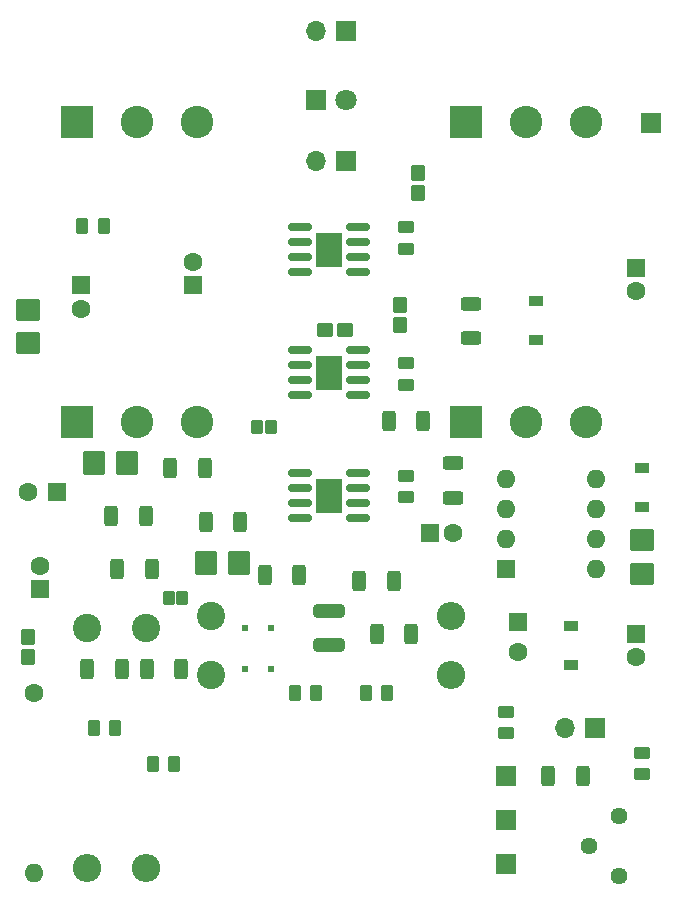
<source format=gts>
G04 #@! TF.GenerationSoftware,KiCad,Pcbnew,(6.0.4)*
G04 #@! TF.CreationDate,2022-04-21T02:31:35-04:00*
G04 #@! TF.ProjectId,malice-striker-v2-2,6d616c69-6365-42d7-9374-72696b65722d,rev?*
G04 #@! TF.SameCoordinates,Original*
G04 #@! TF.FileFunction,Soldermask,Top*
G04 #@! TF.FilePolarity,Negative*
%FSLAX46Y46*%
G04 Gerber Fmt 4.6, Leading zero omitted, Abs format (unit mm)*
G04 Created by KiCad (PCBNEW (6.0.4)) date 2022-04-21 02:31:35*
%MOMM*%
%LPD*%
G01*
G04 APERTURE LIST*
G04 Aperture macros list*
%AMRoundRect*
0 Rectangle with rounded corners*
0 $1 Rounding radius*
0 $2 $3 $4 $5 $6 $7 $8 $9 X,Y pos of 4 corners*
0 Add a 4 corners polygon primitive as box body*
4,1,4,$2,$3,$4,$5,$6,$7,$8,$9,$2,$3,0*
0 Add four circle primitives for the rounded corners*
1,1,$1+$1,$2,$3*
1,1,$1+$1,$4,$5*
1,1,$1+$1,$6,$7*
1,1,$1+$1,$8,$9*
0 Add four rect primitives between the rounded corners*
20,1,$1+$1,$2,$3,$4,$5,0*
20,1,$1+$1,$4,$5,$6,$7,0*
20,1,$1+$1,$6,$7,$8,$9,0*
20,1,$1+$1,$8,$9,$2,$3,0*%
G04 Aperture macros list end*
%ADD10R,1.800000X1.800000*%
%ADD11C,1.800000*%
%ADD12RoundRect,0.101600X1.270000X1.270000X-1.270000X1.270000X-1.270000X-1.270000X1.270000X-1.270000X0*%
%ADD13C,2.743200*%
%ADD14RoundRect,0.101600X-0.599440X0.398780X-0.599440X-0.398780X0.599440X-0.398780X0.599440X0.398780X0*%
%ADD15RoundRect,0.101600X-0.798830X-0.899160X0.798830X-0.899160X0.798830X0.899160X-0.798830X0.899160X0*%
%ADD16RoundRect,0.101600X0.899160X-0.798830X0.899160X0.798830X-0.899160X0.798830X-0.899160X-0.798830X0*%
%ADD17RoundRect,0.101600X0.424180X0.449580X-0.424180X0.449580X-0.424180X-0.449580X0.424180X-0.449580X0*%
%ADD18RoundRect,0.101600X-0.398780X-0.599440X0.398780X-0.599440X0.398780X0.599440X-0.398780X0.599440X0*%
%ADD19RoundRect,0.101600X0.549910X0.499110X-0.549910X0.499110X-0.549910X-0.499110X0.549910X-0.499110X0*%
%ADD20RoundRect,0.101600X-0.499110X0.549910X-0.499110X-0.549910X0.499110X-0.549910X0.499110X0.549910X0*%
%ADD21RoundRect,0.101600X0.499110X-0.549910X0.499110X0.549910X-0.499110X0.549910X-0.499110X-0.549910X0*%
%ADD22RoundRect,0.101600X0.398780X0.599440X-0.398780X0.599440X-0.398780X-0.599440X0.398780X-0.599440X0*%
%ADD23RoundRect,0.101600X-0.424180X-0.449580X0.424180X-0.449580X0.424180X0.449580X-0.424180X0.449580X0*%
%ADD24R,1.200000X0.900000*%
%ADD25R,0.500000X0.500000*%
%ADD26RoundRect,0.250000X0.312500X0.625000X-0.312500X0.625000X-0.312500X-0.625000X0.312500X-0.625000X0*%
%ADD27RoundRect,0.250000X1.075000X-0.312500X1.075000X0.312500X-1.075000X0.312500X-1.075000X-0.312500X0*%
%ADD28RoundRect,0.250000X-0.312500X-0.625000X0.312500X-0.625000X0.312500X0.625000X-0.312500X0.625000X0*%
%ADD29RoundRect,0.250000X0.262500X0.450000X-0.262500X0.450000X-0.262500X-0.450000X0.262500X-0.450000X0*%
%ADD30RoundRect,0.250000X-0.625000X0.312500X-0.625000X-0.312500X0.625000X-0.312500X0.625000X0.312500X0*%
%ADD31RoundRect,0.250000X-0.262500X-0.450000X0.262500X-0.450000X0.262500X0.450000X-0.262500X0.450000X0*%
%ADD32RoundRect,0.150000X-0.825000X-0.150000X0.825000X-0.150000X0.825000X0.150000X-0.825000X0.150000X0*%
%ADD33R,2.290000X3.000000*%
%ADD34R,1.600000X1.600000*%
%ADD35C,1.600000*%
%ADD36R,1.700000X1.700000*%
%ADD37O,1.700000X1.700000*%
%ADD38C,2.400000*%
%ADD39O,2.400000X2.400000*%
%ADD40O,1.600000X1.600000*%
%ADD41C,1.440000*%
G04 APERTURE END LIST*
D10*
X44930000Y-41790000D03*
D11*
X47470000Y-41790000D03*
D12*
X24620000Y-69100000D03*
D13*
X29700000Y-69100000D03*
X34780000Y-69100000D03*
D14*
X72500000Y-97100840D03*
X72500000Y-98899160D03*
D15*
X35600460Y-81000000D03*
X38399540Y-81000000D03*
D16*
X72500000Y-81899540D03*
X72500000Y-79100460D03*
D17*
X33579120Y-84000000D03*
X32420880Y-84000000D03*
D18*
X31100840Y-98000000D03*
X32899160Y-98000000D03*
D14*
X61000000Y-93600840D03*
X61000000Y-95399160D03*
D16*
X20500000Y-62399540D03*
X20500000Y-59600460D03*
D19*
X47348360Y-61250000D03*
X45651640Y-61250000D03*
D20*
X52000000Y-59151640D03*
X52000000Y-60848360D03*
D14*
X52500000Y-64100840D03*
X52500000Y-65899160D03*
D21*
X20500000Y-88946720D03*
X20500000Y-87250000D03*
D14*
X52500000Y-73600840D03*
X52500000Y-75399160D03*
D22*
X50899160Y-92000000D03*
X49100840Y-92000000D03*
D14*
X52500000Y-52600840D03*
X52500000Y-54399160D03*
D21*
X53500000Y-49696720D03*
X53500000Y-48000000D03*
D15*
X26100460Y-72500000D03*
X28899540Y-72500000D03*
D23*
X39920880Y-69500000D03*
X41079120Y-69500000D03*
D24*
X72500000Y-76300000D03*
X72500000Y-73000000D03*
X63500000Y-58850000D03*
X63500000Y-62150000D03*
X66500000Y-89650000D03*
X66500000Y-86350000D03*
D25*
X38900000Y-90000000D03*
X41100000Y-90000000D03*
X41100000Y-86500000D03*
X38900000Y-86500000D03*
D12*
X57620000Y-43700000D03*
D13*
X62700000Y-43700000D03*
X67780000Y-43700000D03*
D26*
X67462500Y-99000000D03*
X64537500Y-99000000D03*
X52962500Y-87000000D03*
X50037500Y-87000000D03*
X33462500Y-90000000D03*
X30537500Y-90000000D03*
D27*
X46000000Y-87962500D03*
X46000000Y-85037500D03*
D28*
X32537500Y-73000000D03*
X35462500Y-73000000D03*
D26*
X30962500Y-81500000D03*
X28037500Y-81500000D03*
X51462500Y-82500000D03*
X48537500Y-82500000D03*
X43462500Y-82000000D03*
X40537500Y-82000000D03*
X28462500Y-90000000D03*
X25537500Y-90000000D03*
X30462500Y-77000000D03*
X27537500Y-77000000D03*
D28*
X35537500Y-77500000D03*
X38462500Y-77500000D03*
D29*
X26912500Y-52500000D03*
X25087500Y-52500000D03*
D30*
X58000000Y-59037500D03*
X58000000Y-61962500D03*
D31*
X43087500Y-92000000D03*
X44912500Y-92000000D03*
D29*
X27912500Y-95000000D03*
X26087500Y-95000000D03*
D30*
X56500000Y-72537500D03*
X56500000Y-75462500D03*
D26*
X53962500Y-69000000D03*
X51037500Y-69000000D03*
D12*
X57620000Y-69100000D03*
D13*
X62700000Y-69100000D03*
X67780000Y-69100000D03*
D32*
X43525000Y-52595000D03*
X43525000Y-53865000D03*
X43525000Y-55135000D03*
X43525000Y-56405000D03*
X48475000Y-56405000D03*
X48475000Y-55135000D03*
X48475000Y-53865000D03*
X48475000Y-52595000D03*
D33*
X46000000Y-54500000D03*
D32*
X43525000Y-62995000D03*
X43525000Y-64265000D03*
X43525000Y-65535000D03*
X43525000Y-66805000D03*
X48475000Y-66805000D03*
X48475000Y-65535000D03*
X48475000Y-64265000D03*
X48475000Y-62995000D03*
D33*
X46000000Y-64900000D03*
D32*
X43525000Y-73395000D03*
X43525000Y-74665000D03*
X43525000Y-75935000D03*
X43525000Y-77205000D03*
X48475000Y-77205000D03*
X48475000Y-75935000D03*
X48475000Y-74665000D03*
X48475000Y-73395000D03*
D33*
X46000000Y-75300000D03*
D12*
X24620000Y-43700000D03*
D13*
X29700000Y-43700000D03*
X34780000Y-43700000D03*
D34*
X21500000Y-83250000D03*
D35*
X21500000Y-81250000D03*
D34*
X54500000Y-78500000D03*
D35*
X56500000Y-78500000D03*
D34*
X72000000Y-56000000D03*
D35*
X72000000Y-58000000D03*
D34*
X62000000Y-86000000D03*
D35*
X62000000Y-88500000D03*
D34*
X25000000Y-57500000D03*
D35*
X25000000Y-59500000D03*
D34*
X23000000Y-75000000D03*
D35*
X20500000Y-75000000D03*
D34*
X34500000Y-57500000D03*
D35*
X34500000Y-55500000D03*
D34*
X72000000Y-87000000D03*
D35*
X72000000Y-89000000D03*
D36*
X47400000Y-36000000D03*
D37*
X44860000Y-36000000D03*
D36*
X47400000Y-47000000D03*
D37*
X44860000Y-47000000D03*
D36*
X68500000Y-95000000D03*
D37*
X65960000Y-95000000D03*
D38*
X36000000Y-85500000D03*
D39*
X56320000Y-85500000D03*
D35*
X21000000Y-92000000D03*
D40*
X21000000Y-107240000D03*
D38*
X30500000Y-86500000D03*
D39*
X30500000Y-106820000D03*
D38*
X36000000Y-90500000D03*
D39*
X56320000Y-90500000D03*
D38*
X25500000Y-86500000D03*
D39*
X25500000Y-106820000D03*
D41*
X70500000Y-107500000D03*
X67960000Y-104960000D03*
X70500000Y-102420000D03*
D34*
X61000000Y-81500000D03*
D40*
X61000000Y-78960000D03*
X61000000Y-76420000D03*
X61000000Y-73880000D03*
X68620000Y-73880000D03*
X68620000Y-76420000D03*
X68620000Y-78960000D03*
X68620000Y-81500000D03*
D36*
X73250000Y-43750000D03*
X61000000Y-99000000D03*
X61000000Y-102750000D03*
X61000000Y-106500000D03*
M02*

</source>
